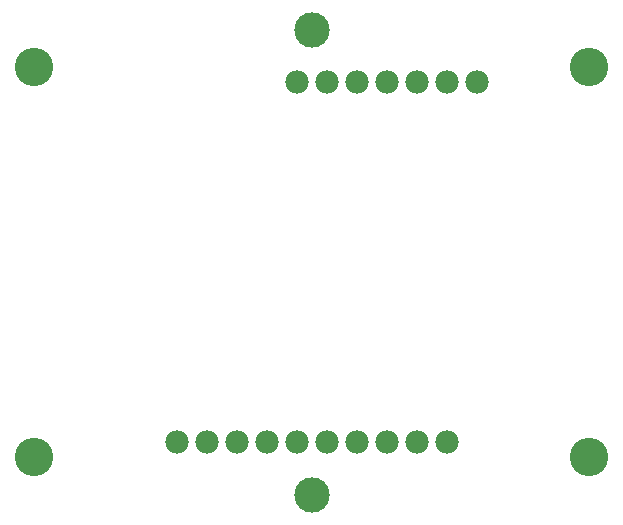
<source format=gts>
G75*
%MOIN*%
%OFA0B0*%
%FSLAX25Y25*%
%IPPOS*%
%LPD*%
%AMOC8*
5,1,8,0,0,1.08239X$1,22.5*
%
%ADD10C,0.07800*%
%ADD11C,0.12800*%
%ADD12C,0.11800*%
D10*
X0077595Y0080000D03*
X0087595Y0080000D03*
X0097595Y0080000D03*
X0107595Y0080000D03*
X0117595Y0080000D03*
X0127595Y0080000D03*
X0137595Y0080000D03*
X0147595Y0080000D03*
X0157595Y0080000D03*
X0167595Y0080000D03*
X0167595Y0200000D03*
X0157595Y0200000D03*
X0147595Y0200000D03*
X0137595Y0200000D03*
X0127595Y0200000D03*
X0117595Y0200000D03*
X0177595Y0200000D03*
D11*
X0215095Y0205000D03*
X0030095Y0205000D03*
X0030095Y0075000D03*
X0215095Y0075000D03*
D12*
X0122595Y0062500D03*
X0122595Y0217500D03*
M02*

</source>
